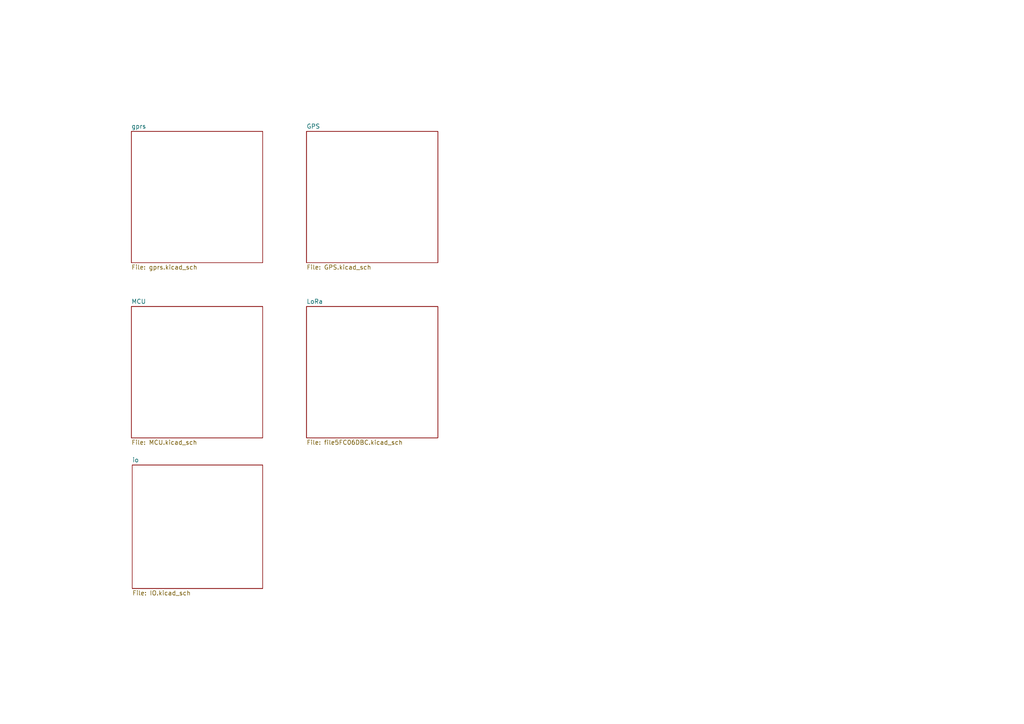
<source format=kicad_sch>
(kicad_sch (version 20211123) (generator eeschema)
  (paper "A4")
  (lib_symbols)
  (sheet (at 38.1 38.1) (size 38.1 38.1)
    (property "Sheet name" "gprs" (at 38.1 37.3884 0) (effects (justify left bottom)))
    (property "Sheet file" "gprs.kicad_sch" (at 38.1 76.7846 0) (effects (justify left top)))
  )
  (sheet (at 38.1 88.9) (size 38.1 38.1)
    (property "Sheet name" "MCU" (at 38.1 88.1884 0) (effects (justify left bottom)))
    (property "Sheet file" "MCU.kicad_sch" (at 38.1 127.5846 0) (effects (justify left top)))
  )
  (sheet (at 88.9 38.1) (size 38.1 38.1)
    (property "Sheet name" "GPS" (at 88.9 37.3884 0) (effects (justify left bottom)))
    (property "Sheet file" "GPS.kicad_sch" (at 88.9 76.7846 0) (effects (justify left top)))
  )
  (sheet (at 38.354 134.874) (size 37.846 35.814)
    (property "Sheet name" "io" (at 38.354 134.1624 0) (effects (justify left bottom)))
    (property "Sheet file" "IO.kicad_sch" (at 38.354 171.2726 0) (effects (justify left top)))
  )
  (sheet (at 88.9 88.9) (size 38.1 38.1)
    (property "Sheet name" "LoRa" (at 88.9 88.1884 0) (effects (justify left bottom)))
    (property "Sheet file" "file5FC06DBC.kicad_sch" (at 88.9 127.5846 0) (effects (justify left top)))
  )
)
</source>
